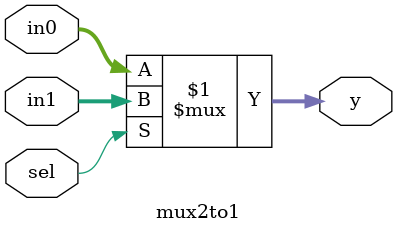
<source format=sv>
module BarrelShifter(In, ShiftAmount, ShiftIn, Out);
parameter N = 32;
localparam nSel = $clog2(N);
localparam MSB = N - 1;
`define SHIFTSIZE(n) ((1 << (n))/2)

input [N-1:0] In;
input [nSel-1:0] ShiftAmount;
input ShiftIn;
output [N-1:0] Out;

genvar i;
// mux out needs to be one bit higher than needed select bits
wire [N-1:0] muxOut [nSel:0];
assign muxOut[nSel] = In;

// (N-1) - ((1 << i)/2) will always give you the top of the lower bits that are going to be shifted up.
generate
    for(i = nSel; i > 0; i = i - 1)
    begin:MUX
      mux2to1 #(N) mux (.sel(ShiftAmount[i-1]), 
                      .in1({muxOut[i][MSB - `SHIFTSIZE(i):0], {`SHIFTSIZE(i){ShiftIn}}}), 
                      .in0(muxOut[i]), 
                      .y(muxOut[i-1]));
    end
endgenerate

assign Out = muxOut[0];

endmodule


// 2:1 Mux Module
module mux2to1(sel, in1, in0, y);
parameter N = 32;
input sel;
input [N-1:0] in1, in0;
output [N-1:0] y;

assign y = sel ? in1 : in0;

endmodule

</source>
